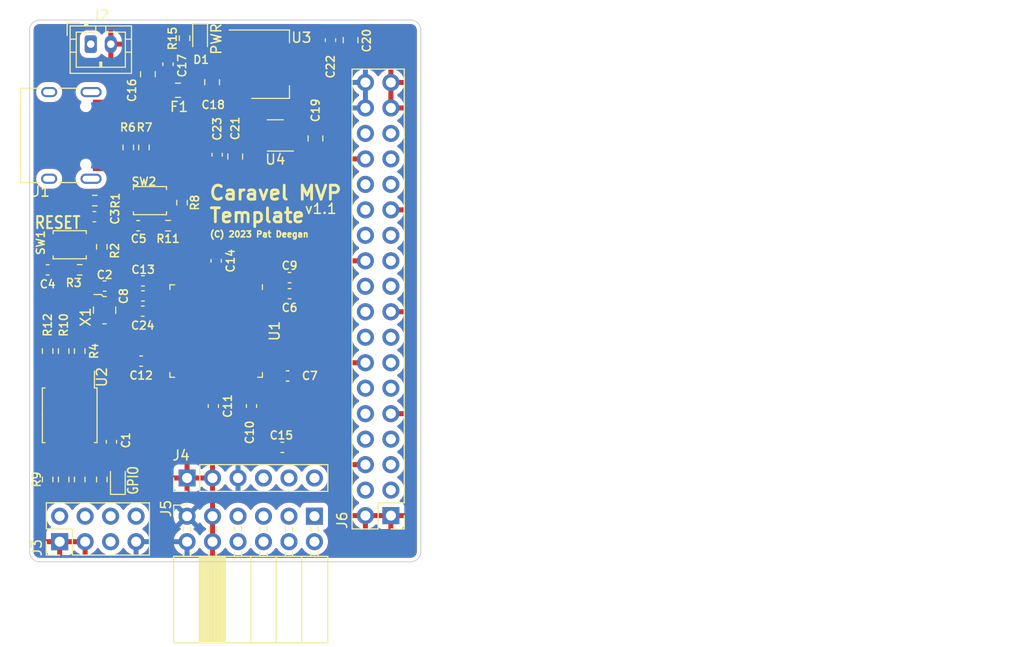
<source format=kicad_pcb>
(kicad_pcb (version 20221018) (generator pcbnew)
  (title_block (title "Caravel Minimum Viable PCB Sample") (date "2023-10-25") (rev "1.1") (company "Psychogenic Technologies INC") (comment 1 "(C) 2023 Pat Deegan"))
  (layers (0 "F.Cu" signal) (1 "In1.Cu" power) (2 "In2.Cu" power) (31 "B.Cu" signal) (34 "B.Paste" user) (35 "F.Paste" user) (36 "B.SilkS" user "B.Silkscreen") (37 "F.SilkS" user "F.Silkscreen") (38 "B.Mask" user) (39 "F.Mask" user) (44 "Edge.Cuts" user))
  (net 0 "")
  (net 1 "GND")
  (net 2 "Net-(J1-SHIELD)")
  (net 3 "~{SOC_RST}")
  (net 4 "+1V8")
  (net 5 "+3V3")
  (net 6 "Net-(J4-Pin_6)")
  (net 7 "VBUS")
  (net 8 "+5V")
  (net 9 "Net-(D1-K)")
  (net 10 "gpio")
  (net 11 "Net-(J1-CC1)")
  (net 15 "Net-(J1-CC2)")
  (net 19 "HK_SDI")
  (net 20 "HK_SCK")
  (net 21 "HK_SDO")
  (net 22 "HK_CSB")
  (net 23 "ser_rx")
  (net 24 "ser_tx")
  (net 25 "/prj_io7")
  (net 26 "/prj_io8")
  (net 27 "/prj_io9")
  (net 28 "/prj_io10")
  (net 29 "/prj_io11")
  (net 30 "/prj_io12")
  (net 31 "/prj_io13")
  (net 32 "/prj_io14")
  (net 33 "/prj_io15")
  (net 34 "/prj_io16")
  (net 35 "/prj_io17")
  (net 36 "/prj_io19")
  (net 37 "/prj_io18")
  (net 38 "/prj_io20")
  (net 39 "/prj_io21")
  (net 40 "/prj_io22")
  (net 41 "/prj_io23")
  (net 42 "/prj_io25")
  (net 43 "/prj_io24")
  (net 44 "/prj_io26")
  (net 45 "/prj_io27")
  (net 46 "/prj_io28")
  (net 47 "/prj_io29")
  (net 48 "/prj_io31")
  (net 49 "/prj_io30")
  (net 50 "/prj_io32")
  (net 51 "/prj_io33")
  (net 52 "/prj_io34")
  (net 53 "/prj_io35")
  (net 54 "/prj_io37")
  (net 55 "/prj_io36")
  (net 56 "Net-(R2-Pad2)")
  (net 57 "flash_csb")
  (net 58 "flash_clk")
  (net 59 "Net-(R11-Pad1)")
  (net 60 "flash_io0")
  (net 61 "flash_io1")
  (net 62 "Net-(U2-IO2)")
  (net 63 "Net-(U2-IO3)")
  (net 64 "osc_out")
  (net 67 "HK_JTAG")
  (net 68 "Net-(D2-K)")
  (footprint "Resistor_SMD:R_0603_1608Metric" (layer "F.Cu") (at 92.4 70.8 90)
    (fp_text reference "R5" hide)
    (fp_text value "10k")
    (pad "1" smd roundrect (at -0.825 0 90) (size 0.8 0.95) (layers "F.Cu" "F.Paste" "F.Mask") (net 5 "+3V3"))
    (pad "2" smd roundrect (at 0.825 0 90) (size 0.8 0.95) (layers "F.Cu" "F.Paste" "F.Mask") (net 58 "flash_clk"))
  )
  (footprint "Capacitor_SMD:C_0603_1608Metric" (layer "F.Cu") (at 96.48 51.52)
    (fp_text reference "C2" (at 0 -1.12) (layer "F.SilkS") (effects (font (size 0.8 0.8))))
    (fp_text value "100nF")
    (pad "1" smd roundrect (at -0.775 0) (size 0.9 0.95) (layers "F.Cu" "F.Paste" "F.Mask") (net 1 "GND"))
    (pad "2" smd roundrect (at 0.775 0) (size 0.9 0.95) (layers "F.Cu" "F.Paste" "F.Mask") (net 5 "+3V3"))
  )
  (footprint "Fiducial:Fiducial_1mm_Mask2mm" (layer "F.Cu") (at 91 28)
    (fp_text reference "FID1" hide)
    (fp_text value "Fiducial")
    (pad "" smd circle (at 0 0) (size 1 1) (layers "F.Cu" "F.Mask") (clearance 0.5))
  )
  (footprint "Resistor_SMD:R_0603_1608Metric" (layer "F.Cu") (at 90.8 70.8 90)
    (fp_text reference "R9" (at 0 -1.1 90) (layer "F.SilkS") (effects (font (size 0.8 0.8))))
    (fp_text value "10k")
    (pad "1" smd roundrect (at -0.825 0 90) (size 0.8 0.95) (layers "F.Cu" "F.Paste" "F.Mask") (net 5 "+3V3"))
    (pad "2" smd roundrect (at 0.825 0 90) (size 0.8 0.95) (layers "F.Cu" "F.Paste" "F.Mask") (net 60 "flash_io0"))
  )
  (footprint "Capacitor_SMD:C_0603_1608Metric" (layer "F.Cu") (at 114.92 52.28)
    (fp_text reference "C6" (at 0 1.4) (layer "F.SilkS") (effects (font (size 0.8 0.8))))
    (fp_text value "100nF")
    (pad "1" smd roundrect (at -0.775 0) (size 0.9 0.95) (layers "F.Cu" "F.Paste" "F.Mask") (net 4 "+1V8"))
    (pad "2" smd roundrect (at 0.775 0) (size 0.9 0.95) (layers "F.Cu" "F.Paste" "F.Mask") (net 1 "GND"))
  )
  (footprint "Capacitor_SMD:C_0805_2012Metric" (layer "F.Cu") (at 117.5 36.8 -90)
    (fp_text reference "C19" (at -2.8 0 90) (layer "F.SilkS") (effects (font (size 0.8 0.8))))
    (fp_text value "10uF")
    (pad "1" smd roundrect (at -0.95 0 270) (size 1 1.45) (layers "F.Cu" "F.Paste" "F.Mask") (net 5 "+3V3"))
    (pad "2" smd roundrect (at 0.95 0 270) (size 1 1.45) (layers "F.Cu" "F.Paste" "F.Mask") (net 1 "GND"))
  )
  (footprint "Resistor_SMD:R_0603_1608Metric" (layer "F.Cu") (at 102.8 45.5 180)
    (fp_text reference "R11" (at 0 -1.3) (layer "F.SilkS") (effects (font (size 0.8 0.8))))
    (fp_text value "5.1k")
    (pad "1" smd roundrect (at -0.825 0 180) (size 0.8 0.95) (layers "F.Cu" "F.Paste" "F.Mask") (net 59 "Net-(R11-Pad1)"))
    (pad "2" smd roundrect (at 0.825 0 180) (size 0.8 0.95) (layers "F.Cu" "F.Paste" "F.Mask") (net 54 "/prj_io37"))
  )
  (footprint "TinyTapeout:PinSocket_2x06_P2.54mm_PMODHost1A" (layer "F.Cu") (at 104.7 74.46 90)
    (fp_text reference "J5" (at 0.76 -2.1 90) (layer "F.SilkS"))
    (fp_text value "613012243121")
    (pad "1" thru_hole rect (at 0 12.7 90) (size 1.7 1.7) (drill 1) (layers "*.Cu" "*.Mask") (net 25 "/prj_io7"))
    (pad "2" thru_hole oval (at 0 10.16 90) (size 1.7 1.7) (drill 1) (layers "*.Cu" "*.Mask") (net 26 "/prj_io8"))
    (pad "3" thru_hole oval (at 0 7.62 90) (size 1.7 1.7) (drill 1) (layers "*.Cu" "*.Mask") (net 27 "/prj_io9"))
    (pad "4" thru_hole oval (at 0 5.08 90) (size 1.7 1.7) (drill 1) (layers "*.Cu" "*.Mask") (net 28 "/prj_io10"))
    (pad "5" thru_hole oval (at 0 2.54 90) (size 1.7 1.7) (drill 1) (layers "*.Cu" "*.Mask") (net 1 "GND"))
    (pad "6" thru_hole circle (at 0 0 90) (size 1.7 1.7) (drill 1) (layers "*.Cu" "*.Mask") (net 5 "+3V3"))
    (pad "7" thru_hole oval (at -2.54 12.7 90) (size 1.7 1.7) (drill 1) (layers "*.Cu" "*.Mask") (net 29 "/prj_io11"))
    (pad "8" thru_hole oval (at -2.54 10.16 90) (size 1.7 1.7) (drill 1) (layers "*.Cu" "*.Mask") (net 30 "/prj_io12"))
    (pad "9" thru_hole oval (at -2.54 7.62 90) (size 1.7 1.7) (drill 1) (layers "*.Cu" "*.Mask") (net 31 "/prj_io13"))
    (pad "10" thru_hole oval (at -2.54 5.08 90) (size 1.7 1.7) (drill 1) (layers "*.Cu" "*.Mask") (net 32 "/prj_io14"))
    (pad "11" thru_hole oval (at -2.54 2.54 90) (size 1.7 1.7) (drill 1) (layers "*.Cu" "*.Mask") (net 1 "GND"))
    (pad "12" thru_hole oval (at -2.54 0 90) (size 1.7 1.7) (drill 1) (layers "*.Cu" "*.Mask") (net 5 "+3V3"))
  )
  (footprint "Capacitor_SMD:C_0603_1608Metric" (layer "F.Cu") (at 114.92 50.68 180)
    (fp_text reference "C9" (at 0 1.2) (layer "F.SilkS") (effects (font (size 0.8 0.8))))
    (fp_text value "100nF")
    (pad "1" smd roundrect (at -0.775 0 180) (size 0.9 0.95) (layers "F.Cu" "F.Paste" "F.Mask") (net 1 "GND"))
    (pad "2" smd roundrect (at 0.775 0 180) (size 0.9 0.95) (layers "F.Cu" "F.Paste" "F.Mask") (net 5 "+3V3"))
  )
  (footprint "Resistor_SMD:R_0603_1608Metric" (layer "F.Cu") (at 104.45 26.81 -90)
    (fp_text reference "R15" (at 0.025 1.2 90) (layer "F.SilkS") (effects (font (size 0.8 0.8))))
    (fp_text value "510")
    (pad "1" smd roundrect (at -0.825 0 270) (size 0.8 0.95) (layers "F.Cu" "F.Paste" "F.Mask") (net 9 "Net-(D1-K)"))
    (pad "2" smd roundrect (at 0.825 0 270) (size 0.8 0.95) (layers "F.Cu" "F.Paste" "F.Mask") (net 1 "GND"))
  )
  (footprint "Button_Switch_SMD:SW_SPST_B3U-1000P" (layer "F.Cu") (at 101 43 180)
    (fp_text reference "SW2" (at 0.6 1.9) (layer "F.SilkS") (effects (font (size 0.8 0.8))))
    (fp_text value "B3U-1000P")
    (pad "1" smd rect (at -1.7 0 180) (size 0.9 1.7) (layers "F.Cu" "F.Paste" "F.Mask") (net 59 "Net-(R11-Pad1)"))
    (pad "2" smd rect (at 1.7 0 180) (size 0.9 1.7) (layers "F.Cu" "F.Paste" "F.Mask") (net 5 "+3V3"))
  )
  (footprint "Connector_PinHeader_2.54mm:PinHeader_2x18_P2.54mm_Vertical" (layer "F.Cu") (at 125.02 74.4 180)
    (fp_text reference "J6" (at 4.86 -0.46 90) (layer "F.SilkS"))
    (fp_text value "Conn_02x18_Odd_Even")
    (pad "1" thru_hole rect (at 0 0 180) (size 1.7 1.7) (drill 1) (layers "*.Cu" "*.Mask") (net 1 "GND"))
    (pad "2" thru_hole oval (at 2.54 0 180) (size 1.7 1.7) (drill 1) (layers "*.Cu" "*.Mask") (net 1 "GND"))
    (pad "3" thru_hole oval (at 0 2.54 180) (size 1.7 1.7) (drill 1) (layers "*.Cu" "*.Mask") (net 33 "/prj_io15"))
    (pad "4" thru_hole oval (at 2.54 2.54 180) (size 1.7 1.7) (drill 1) (layers "*.Cu" "*.Mask") (net 34 "/prj_io16"))
    (pad "5" thru_hole oval (at 0 5.08 180) (size 1.7 1.7) (drill 1) (layers "*.Cu" "*.Mask") (net 35 "/prj_io17"))
    (pad "6" thru_hole oval (at 2.54 5.08 180) (size 1.7 1.7) (drill 1) (layers "*.Cu" "*.Mask") (net 1 "GND"))
    (pad "7" thru_hole oval (at 0 7.62 180) (size 1.7 1.7) (drill 1) (layers "*.Cu" "*.Mask") (net 36 "/prj_io19"))
    (pad "8" thru_hole oval (at 2.54 7.62 180) (size 1.7 1.7) (drill 1) (layers "*.Cu" "*.Mask") (net 37 "/prj_io18"))
    (pad "9" thru_hole oval (at 0 10.16 180) (size 1.7 1.7) (drill 1) (layers "*.Cu" "*.Mask") (net 1 "GND"))
    (pad "10" thru_hole oval (at 2.54 10.16 180) (size 1.7 1.7) (drill 1) (layers "*.Cu" "*.Mask") (net 38 "/prj_io20"))
    (pad "11" thru_hole oval (at 0 12.7 180) (size 1.7 1.7) (drill 1) (layers "*.Cu" "*.Mask") (net 39 "/prj_io21"))
    (pad "12" thru_hole oval (at 2.54 12.7 180) (size 1.7 1.7) (drill 1) (layers "*.Cu" "*.Mask") (net 40 "/prj_io22"))
    (pad "13" thru_hole oval (at 0 15.24 180) (size 1.7 1.7) (drill 1) (layers "*.Cu" "*.Mask") (net 41 "/prj_io23"))
    (pad "14" thru_hole oval (at 2.54 15.24 180) (size 1.7 1.7) (drill 1) (layers "*.Cu" "*.Mask") (net 1 "GND"))
    (pad "15" thru_hole oval (at 0 17.78 180) (size 1.7 1.7) (drill 1) (layers "*.Cu" "*.Mask") (net 42 "/prj_io25"))
    (pad "16" thru_hole oval (at 2.54 17.78 180) (size 1.7 1.7) (drill 1) (layers "*.Cu" "*.Mask") (net 43 "/prj_io24"))
    (pad "17" thru_hole oval (at 0 20.32 180) (size 1.7 1.7) (drill 1) (layers "*.Cu" "*.Mask") (net 1 "GND"))
    (pad "18" thru_hole oval (at 2.54 20.32 180) (size 1.7 1.7) (drill 1) (layers "*.Cu" "*.Mask") (net 44 "/prj_io26"))
    (pad "19" thru_hole oval (at 0 22.86 180) (size 1.7 1.7) (drill 1) (layers "*.Cu" "*.Mask") (net 45 "/prj_io27"))
    (pad "20" thru_hole oval (at 2.54 22.86 180) (size 1.7 1.7) (drill 1) (layers "*.Cu" "*.Mask") (net 46 "/prj_io28"))
    (pad "21" thru_hole oval (at 0 25.4 180) (size 1.7 1.7) (drill 1) (layers "*.Cu" "*.Mask") (net 47 "/prj_io29"))
    (pad "22" thru_hole oval (at 2.54 25.4 180) (size 1.7 1.7) (drill 1) (layers "*.Cu" "*.Mask") (net 1 "GND"))
    (pad "23" thru_hole oval (at 0 27.94 180) (size 1.7 1.7) (drill 1) (layers "*.Cu" "*.Mask") (net 48 "/prj_io31"))
    (pad "24" thru_hole oval (at 2.54 27.94 180) (size 1.7 1.7) (drill 1) (layers "*.Cu" "*.Mask") (net 49 "/prj_io30"))
    (pad "25" thru_hole oval (at 0 30.48 180) (size 1.7 1.7) (drill 1) (layers "*.Cu" "*.Mask") (net 1 "GND"))
    (pad "26" thru_hole oval (at 2.54 30.48 180) (size 1.7 1.7) (drill 1) (layers "*.Cu" "*.Mask") (net 50 "/prj_io32"))
    (pad "27" thru_hole oval (at 0 33.02 180) (size 1.7 1.7) (drill 1) (layers "*.Cu" "*.Mask") (net 51 "/prj_io33"))
    (pad "28" thru_hole oval (at 2.54 33.02 180) (size 1.7 1.7) (drill 1) (layers "*.Cu" "*.Mask") (net 52 "/prj_io34"))
    (pad "29" thru_hole oval (at 0 35.56 180) (size 1.7 1.7) (drill 1) (layers "*.Cu" "*.Mask") (net 53 "/prj_io35"))
    (pad "30" thru_hole oval (at 2.54 35.56 180) (size 1.7 1.7) (drill 1) (layers "*.Cu" "*.Mask") (net 1 "GND"))
    (pad "31" thru_hole oval (at 0 38.1 180) (size 1.7 1.7) (drill 1) (layers "*.Cu" "*.Mask") (net 54 "/prj_io37"))
    (pad "32" thru_hole oval (at 2.54 38.1 180) (size 1.7 1.7) (drill 1) (layers "*.Cu" "*.Mask") (net 55 "/prj_io36"))
    (pad "33" thru_hole oval (at 0 40.64 180) (size 1.7 1.7) (drill 1) (layers "*.Cu" "*.Mask") (net 1 "GND"))
    (pad "34" thru_hole oval (at 2.54 40.64 180) (size 1.7 1.7) (drill 1) (layers "*.Cu" "*.Mask") (net 5 "+3V3"))
    (pad "35" thru_hole oval (at 0 43.18 180) (size 1.7 1.7) (drill 1) (layers "*.Cu" "*.Mask") (net 1 "GND"))
    (pad "36" thru_hole oval (at 2.54 43.18 180) (size 1.7 1.7) (drill 1) (layers "*.Cu" "*.Mask") (net 5 "+3V3"))
  )
  (footprint "Capacitor_SMD:C_0603_1608Metric" (layer "F.Cu") (at 114.2 67.6 180)
    (fp_text reference "C15" (at 0.1 1.2) (layer "F.SilkS") (effects (font (size 0.8 0.8))))
    (fp_text value "100nF")
    (pad "1" smd roundrect (at -0.775 0 180) (size 0.9 0.95) (layers "F.Cu" "F.Paste" "F.Mask") (net 6 "Net-(J4-Pin_6)"))
    (pad "2" smd roundrect (at 0.775 0 180) (size 0.9 0.95) (layers "F.Cu" "F.Paste" "F.Mask") (net 3 "~{SOC_RST}"))
  )
  (footprint "Capacitor_SMD:C_0603_1608Metric" (layer "F.Cu") (at 114.72 60.48 180)
    (fp_text reference "C7" (at -2.22 0.02) (layer "F.SilkS") (effects (font (size 0.8 0.8))))
    (fp_text value "100nF")
    (pad "1" smd roundrect (at -0.775 0 180) (size 0.9 0.95) (layers "F.Cu" "F.Paste" "F.Mask") (net 1 "GND"))
    (pad "2" smd roundrect (at 0.775 0 180) (size 0.9 0.95) (layers "F.Cu" "F.Paste" "F.Mask") (net 4 "+1V8"))
  )
  (footprint "Capacitor_SMD:C_0805_2012Metric" (layer "F.Cu") (at 109.5 38.6 -90)
    (fp_text reference "C21" (at -2.8 0 90) (layer "F.SilkS") (effects (font (size 0.8 0.8))))
    (fp_text value "10uF")
    (pad "1" smd roundrect (at -0.95 0 270) (size 1 1.45) (layers "F.Cu" "F.Paste" "F.Mask") (net 4 "+1V8"))
    (pad "2" smd roundrect (at 0.95 0 270) (size 1 1.45) (layers "F.Cu" "F.Paste" "F.Mask") (net 1 "GND"))
  )
  (footprint "Fiducial:Fiducial_1mm_Mask2mm" (layer "F.Cu") (at 126 28)
    (fp_text reference "FID2" hide)
    (fp_text value "Fiducial")
    (pad "" smd circle (at 0 0) (size 1 1) (layers "F.Cu" "F.Mask") (clearance 0.5))
  )
  (footprint "Button_Switch_SMD:SW_SPST_B3U-1000P" (layer "F.Cu") (at 93 47.4)
    (fp_text reference "SW1" (at -2.9 -0.2 90) (layer "F.SilkS") (effects (font (size 0.8 0.8))))
    (fp_text value "B3U-1000P")
    (pad "1" smd rect (at -1.7 0) (size 0.9 1.7) (layers "F.Cu" "F.Paste" "F.Mask") (net 1 "GND"))
    (pad "2" smd rect (at 1.7 0) (size 0.9 1.7) (layers "F.Cu" "F.Paste" "F.Mask") (net 56 "Net-(R2-Pad2)"))
  )
  (footprint "Connector_JST:JST_PH_B2B-PH-K_1x02_P2.00mm_Vertical" (layer "F.Cu") (at 95.1 27.4)
    (fp_text reference "J2" (at 1 -2.9) (layer "F.SilkS"))
    (fp_text value "Conn_01x02")
    (pad "1" thru_hole roundrect (at 0 0) (size 1.2 1.75) (drill 0.75) (layers "*.Cu" "*.Mask") (roundrect_rratio 0.2083333333) (net 7 "VBUS"))
    (pad "2" thru_hole oval (at 2 0) (size 1.2 1.75) (drill 0.75) (layers "*.Cu" "*.Mask") (net 1 "GND"))
  )
  (footprint "Resistor_SMD:R_0603_1608Metric" (layer "F.Cu") (at 98.84 37.7 -90)
    (fp_text reference "R6" (at -2 0.04) (layer "F.SilkS") (effects (font (size 0.8 0.8))))
    (fp_text value "5.1k")
    (pad "1" smd roundrect (at -0.825 0 270) (size 0.8 0.95) (layers "F.Cu" "F.Paste" "F.Mask") (net 15 "Net-(J1-CC2)"))
    (pad "2" smd roundrect (at 0.825 0 270) (size 0.8 0.95) (layers "F.Cu" "F.Paste" "F.Mask") (net 1 "GND"))
  )
  (footprint "Package_TO_SOT_SMD:SOT-223-3_TabPin2" (layer "F.Cu") (at 113 29.4)
    (fp_text reference "U3" (at 3.1 -2.65) (layer "F.SilkS"))
    (fp_text value "AZ1117-3.3")
    (pad "1" smd rect (at -3.15 -2.3) (size 2 1.5) (layers "F.Cu" "F.Paste" "F.Mask") (net 1 "GND"))
    (pad "2" smd rect (at -3.15 0) (size 2 1.5) (layers "F.Cu" "F.Paste" "F.Mask") (net 5 "+3V3"))
    (pad "2" smd rect (at 3.15 0) (size 2 3.8) (layers "F.Cu" "F.Paste" "F.Mask") (net 5 "+3V3"))
    (pad "3" smd rect (at -3.15 2.3) (size 2 1.5) (layers "F.Cu" "F.Paste" "F.Mask") (net 8 "+5V"))
  )
  (footprint "Capacitor_SMD:C_0603_1608Metric" (layer "F.Cu") (at 90.8 49.9 180)
    (fp_text reference "C4" (at 0 -1.43) (layer "F.SilkS") (effects (font (size 0.8 0.8))))
    (fp_text value "1uF")
    (pad "1" smd roundrect (at -0.775 0 180) (size 0.9 0.95) (layers "F.Cu" "F.Paste" "F.Mask") (net 3 "~{SOC_RST}"))
    (pad "2" smd roundrect (at 0.775 0 180) (size 0.9 0.95) (layers "F.Cu" "F.Paste" "F.Mask") (net 1 "GND"))
  )
  (footprint "Capacitor_SMD:C_0603_1608Metric" (layer "F.Cu") (at 99.825 45.5)
    (fp_text reference "C5" (at 0.05 1.3) (layer "F.SilkS") (effects (font (size 0.8 0.8))))
    (fp_text value "1uF")
    (pad "1" smd roundrect (at -0.775 0) (size 0.9 0.95) (layers "F.Cu" "F.Paste" "F.Mask") (net 5 "+3V3"))
    (pad "2" smd roundrect (at 0.775 0) (size 0.9 0.95) (layers "F.Cu" "F.Paste" "F.Mask") (net 54 "/prj_io37"))
  )
  (footprint "Oscillator:Oscillator_SMD_ECS_2520MV-xxx-xx-4Pin_2.5x2.0mm" (layer "F.Cu") (at 96.48 53.92)
    (fp_text reference "X1" (at -1.9 0.68 90) (layer "F.SilkS"))
    (fp_text value "10MHz")
    (pad "1" smd roundrect (at -0.725 -0.925) (size 0.8 0.9) (layers "F.Cu" "F.Paste" "F.Mask"))
    (pad "2" smd roundrect (at -0.725 0.925) (size 0.8 0.9) (layers "F.Cu" "F.Paste" "F.Mask") (net 1 "GND"))
    (pad "3" smd roundrect (at 0.725 0.925) (size 0.8 0.9) (layers "F.Cu" "F.Paste" "F.Mask") (net 64 "osc_out"))
    (pad "4" smd roundrect (at 0.725 -0.925) (size 0.8 0.9) (layers "F.Cu" "F.Paste" "F.Mask") (net 5 "+3V3"))
  )
  (footprint "Connector_PinHeader_2.54mm:PinHeader_1x06_P2.54mm_Vertical" (layer "F.Cu") (at 104.7 70.65 90)
    (fp_text reference "J4" (at 2.25 -0.6) (layer "F.SilkS"))
    (fp_text value "Conn_01x06")
    (pad "1" thru_hole rect (at 0 0 90) (size 1.7 1.7) (drill 1) (layers "*.Cu" "*.Mask") (net 1 "GND"))
    (pad "2" thru_hole oval (at 0 2.54 90) (size 1.7 1.7) (drill 1) (layers "*.Cu" "*.Mask") (net 1 "GND"))
    (pad "3" thru_hole oval (at 0 5.08 90) (size 1.7 1.7) (drill 1) (layers "*.Cu" "*.Mask") (net 5 "+3V3"))
    (pad "4" thru_hole oval (at 0 7.62 90) (size 1.7 1.7) (drill 1) (layers "*.Cu" "*.Mask") (net 23 "ser_rx"))
    (pad "5" thru_hole oval (at 0 10.16 90) (size 1.7 1.7) (drill 1) (layers "*.Cu" "*.Mask") (net 24 "ser_tx"))
    (pad "6" thru_hole oval (at 0 12.7 90) (size 1.7 1.7) (drill 1) (layers "*.Cu" "*.Mask") (net 6 "Net-(J4-Pin_6)"))
  )
  (footprint "Fuse:Fuse_0805_2012Metric" (layer "F.Cu") (at 103.8 32)
    (fp_text reference "F1" (at 0.1 1.65) (layer "F.SilkS"))
    (fp_text value "350mA")
    (pad "1" smd roundrect (at -0.9375 0) (size 0.975 1.4) (layers "F.Cu" "F.Paste" "F.Mask") (net 7 "VBUS"))
    (pad "2" smd roundrect (at 0.9375 0) (size 0.975 1.4) (layers "F.Cu" "F.Paste" "F.Mask") (net 8 "+5V"))
  )
  (footprint "Capacitor_SMD:C_0603_1608Metric" (layer "F.Cu") (at 111.12 63.48 -90)
    (fp_text reference "C10" (at 2.62 0.18 90) (layer "F.SilkS") (effects (font (size 0.8 0.8))))
    (fp_text value "100nF")
    (pad "1" smd roundrect (at -0.775 0 270) (size 0.9 0.95) (layers "F.Cu" "F.Paste" "F.Mask") (net 5 "+3V3"))
    (pad "2" smd roundrect (at 0.775 0 270) (size 0.9 0.95) (layers "F.Cu" "F.Paste" "F.Mask") (net 1 "GND"))
  )
  (footprint "Resistor_SMD:R_0603_1608Metric" (layer "F.Cu") (at 96.2 47.6 -90)
    (fp_text reference "R2" (at 0.4 -1.3 90) (layer "F.SilkS") (effects (font (size 0.8 0.8))))
    (fp_text value "10k")
    (pad "1" smd roundrect (at -0.825 0 270) (size 0.8 0.95) (layers "F.Cu" "F.Paste" "F.Mask") (net 5 "+3V3"))
    (pad "2" smd roundrect (at 0.825 0 270) (size 0.8 0.95) (layers "F.Cu" "F.Paste" "F.Mask") (net 56 "Net-(R2-Pad2)"))
  )
  (footprint "Capacitor_SMD:C_0805_2012Metric" (layer "F.Cu") (at 100.8 30.4 90)
    (fp_text reference "C16" (at -1.6 -1.6 90) (layer "F.SilkS") (effects (font (size 0.8 0.8))))
    (fp_text value "10uF")
    (pad "1" smd roundrect (at -0.95 0 90) (size 1 1.45) (layers "F.Cu" "F.Paste" "F.Mask") (net 7 "VBUS"))
    (pad "2" smd roundrect (at 0.95 0 90) (size 1 1.45) (layers "F.Cu" "F.Paste" "F.Mask") (net 1 "GND"))
  )
  (footprint "Resistor_SMD:R_0603_1608Metric" (layer "F.Cu") (at 94 58 -90)
    (fp_text reference "R4" (at 0 -1.43 90) (layer "F.SilkS") (effects (font (size 0.8 0.8))))
    (fp_text value "10k")
    (pad "1" smd roundrect (at -0.825 0 270) (size 0.8 0.95) (layers "F.Cu" "F.Paste" "F.Mask") (net 5 "+3V3"))
    (pad "2" smd roundrect (at 0.825 0 270) (size 0.8 0.95) (layers "F.Cu" "F.Paste" "F.Mask") (net 57 "flash_csb"))
  )
  (footprint "Capacitor_SMD:C_0603_1608Metric" (layer "F.Cu") (at 107.32 63.48 -90)
    (fp_text reference "C11" (at 0 -1.43 90) (layer "F.SilkS") (effects (font (size 0.8 0.8))))
    (fp_text value "100nF")
    (pad "1" smd roundrect (at -0.775 0 270) (size 0.9 0.95) (layers "F.Cu" "F.Paste" "F.Mask") (net 5 "+3V3"))
    (pad "2" smd roundrect (at 0.775 0 270) (size 0.9 0.95) (layers "F.Cu" "F.Paste" "F.Mask") (net 1 "GND"))
  )
  (footprint "Resistor_SMD:R_0603_1608Metric" (layer "F.Cu") (at 92.4 58 -90)
    (fp_text reference "R10" (at -2.6 0 90) (layer "F.SilkS") (effects (font (size 0.8 0.8))))
    (fp_text value "10k")
    (pad "1" smd roundrect (at -0.825 0 270) (size 0.8 0.95) (layers "F.Cu" "F.Paste" "F.Mask") (net 5 "+3V3"))
    (pad "2" smd roundrect (at 0.825 0 270) (size 0.8 0.95) (layers "F.Cu" "F.Paste" "F.Mask") (net 61 "flash_io1"))
  )
  (footprint "Capacitor_SMD:C_0603_1608Metric" (layer "F.Cu") (at 100.28 54.02 180)
    (fp_text reference "C24" (at 0 -1.43) (layer "F.SilkS") (effects (font (size 0.8 0.8))))
    (fp_text value "1uF")
    (pad "1" smd roundrect (at -0.775 0 180) (size 0.9 0.95) (layers "F.Cu" "F.Paste" "F.Mask") (net 3 "~{SOC_RST}"))
    (pad "2" smd roundrect (at 0.775 0 180) (size 0.9 0.95) (layers "F.Cu" "F.Paste" "F.Mask") (net 1 "GND"))
  )
  (footprint "Resistor_SMD:R_0603_1608Metric" (layer "F.Cu") (at 104.2 43.2 90)
    (fp_text reference "R8" (at 0 1.275 90) (layer "F.SilkS") (effects (font (size 0.8 0.8))))
    (fp_text value "10k")
    (pad "1" smd roundrect (at -0.825 0 90) (size 0.8 0.95) (layers "F.Cu" "F.Paste" "F.Mask") (net 59 "Net-(R11-Pad1)"))
    (pad "2" smd roundrect (at 0.825 0 90) (size 0.8 0.95) (layers "F.Cu" "F.Paste" "F.Mask") (net 1 "GND"))
  )
  (footprint "Capacitor_SMD:C_0603_1608Metric" (layer "F.Cu") (at 100.12 59 180)
    (fp_text reference "C12" (at 0 -1.43) (layer "F.SilkS") (effects (font (size 0.8 0.8))))
    (fp_text value "100nF")
    (pad "1" smd roundrect (at -0.775 0 180) (size 0.9 0.95) (layers "F.Cu" "F.Paste" "F.Mask") (net 5 "+3V3"))
    (pad "2" smd roundrect (at 0.775 0 180) (size 0.9 0.95) (layers "F.Cu" "F.Paste" "F.Mask") (net 1 "GND"))
  )
  (footprint "Resistor_SMD:R_0603_1608Metric" (layer "F.Cu") (at 94 70.8 -90)
    (fp_text reference "R13" hide)
    (fp_text value "10k")
    (pad "1" smd roundrect (at -0.825 0 270) (size 0.8 0.95) (layers "F.Cu" "F.Paste" "F.Mask") (net 63 "Net-(U2-IO3)"))
    (pad "2" smd roundrect (at 0.825 0 270) (size 0.8 0.95) (layers "F.Cu" "F.Paste" "F.Mask") (net 5 "+3V3"))
  )
  (footprint "Capacitor_SMD:C_0805_2012Metric" (layer "F.Cu") (at 121 27 90)
    (fp_text reference "C20" (at -0.05 1.6 90) (layer "F.SilkS") (effects (font (size 0.8 0.8))))
    (fp_text value "22uF")
    (pad "1" smd roundrect (at -0.95 0 90) (size 1 1.45) (layers "F.Cu" "F.Paste" "F.Mask") (net 5 "+3V3"))
    (pad "2" smd roundrect (at 0.95 0 90) (size 1 1.45) (layers "F.Cu" "F.Paste" "F.Mask") (net 1 "GND"))
  )
  (footprint "Package_SO:SOIC-8_5.23x5.23mm_P1.27mm" (layer "F.Cu") (at 93 64.4 -90)
    (fp_text reference "U2" (at -3.8 -3.2 90) (layer "F.SilkS"))
    (fp_text value "W25Q32JVSS")
    (pad "1" smd roundrect (at -3.6 -1.905 270) (size 1.6 0.6) (layers "F.Cu" "F.Paste" "F.Mask") (net 57 "flash_csb"))
    (pad "2" smd roundrect (at -3.6 -0.635 270) (size 1.6 0.6) (layers "F.Cu" "F.Paste" "F.Mask") (net 61 "flash_io1"))
    (pad "3" smd roundrect (at -3.6 0.635 270) (size 1.6 0.6) (layers "F.Cu" "F.Paste" "F.Mask") (net 62 "Net-(U2-IO2)"))
    (pad "4" smd roundrect (at -3.6 1.905 270) (size 1.6 0.6) (layers "F.Cu" "F.Paste" "F.Mask") (net 1 "GND"))
    (pad "5" smd roundrect (at 3.6 1.905 270) (size 1.6 0.6) (layers "F.Cu" "F.Paste" "F.Mask") (net 60 "flash_io0"))
    (pad "6" smd roundrect (at 3.6 0.635 270) (size 1.6 0.6) (layers "F.Cu" "F.Paste" "F.Mask") (net 58 "flash_clk"))
    (pad "7" smd roundrect (at 3.6 -0.635 270) (size 1.6 0.6) (layers "F.Cu" "F.Paste" "F.Mask") (net 63 "Net-(U2-IO3)"))
    (pad "8" smd roundrect (at 3.6 -1.905 270) (size 1.6 0.6) (layers "F.Cu" "F.Paste" "F.Mask") (net 5 "+3V3"))
  )
  (footprint "Capacitor_SMD:C_0603_1608Metric" (layer "F.Cu") (at 107.7 38.425 -90)
    (fp_text reference "C23" (at -2.575 0 90) (layer "F.SilkS") (effects (font (size 0.8 0.8))))
    (fp_text value "100nF")
    (pad "1" smd roundrect (at -0.775 0 270) (size 0.9 0.95) (layers "F.Cu" "F.Paste" "F.Mask") (net 4 "+1V8"))
    (pad "2" smd roundrect (at 0.775 0 270) (size 0.9 0.95) (layers "F.Cu" "F.Paste" "F.Mask") (net 1 "GND"))
  )
  (footprint "Capacitor_SMD:C_0603_1608Metric" (layer "F.Cu") (at 100.3 52.5 180)
    (fp_text reference "C8" (at 1.92 -0.02 90) (layer "F.SilkS") (effects (font (size 0.8 0.8))))
    (fp_text value "100nF")
    (pad "1" smd roundrect (at -0.775 0 180) (size 0.9 0.95) (layers "F.Cu" "F.Paste" "F.Mask") (net 4 "+1V8"))
    (pad "2" smd roundrect (at 0.775 0 180) (size 0.9 0.95) (layers "F.Cu" "F.Paste" "F.Mask") (net 1 "GND"))
  )
  (footprint "Resistor_SMD:R_0603_1608Metric" (layer "F.Cu") (at 95.5 43)
    (fp_text reference "R1" (at 2.06 0 90) (layer "F.SilkS") (effects (font (size 0.8 0.8))))
    (fp_text value "1M")
    (pad "1" smd roundrect (at -0.825 0) (size 0.8 0.95) (layers "F.Cu" "F.Paste" "F.Mask") (net 2 "Net-(J1-SHIELD)"))
    (pad "2" smd roundrect (at 0.825 0) (size 0.8 0.95) (layers "F.Cu" "F.Paste" "F.Mask") (net 1 "GND"))
  )
  (footprint "LED_SMD:LED_0603_1608Metric" (layer "F.Cu") (at 106 26.85 -90)
    (fp_text reference "D1" (at 2.1 -0.1) (layer "F.SilkS") (effects (font (size 0.8 0.8))))
    (fp_text value "LED")
    (pad "1" smd roundrect (at -0.7875 0 270) (size 0.875 0.95) (layers "F.Cu" "F.Paste" "F.Mask") (net 9 "Net-(D1-K)"))
    (pad "2" smd roundrect (at 0.7875 0 270) (size 0.875 0.95) (layers "F.Cu" "F.Paste" "F.Mask") (net 5 "+3V3"))
  )
  (footprint "LED_SMD:LED_0603_1608Metric" (layer "F.Cu") (at 97.8 70.8 90)
    (fp_text reference "D2" hide)
    (fp_text value "LED")
    (pad "1" smd roundrect (at -0.7875 0 90) (size 0.875 0.95) (layers "F.Cu" "F.Paste" "F.Mask") (net 68 "Net-(D2-K)"))
    (pad "2" smd roundrect (at 0.7875 0 90) (size 0.875 0.95) (layers "F.Cu" "F.Paste" "F.Mask") (net 10 "gpio"))
  )
  (footprint "Capacitor_SMD:C_0603_1608Metric" (layer "F.Cu") (at 95.46 44.6)
    (fp_text reference "C3" (at 2.06 0 90) (layer "F.SilkS") (effects (font (size 0.8 0.8))))
    (fp_text value "6800pF")
    (pad "1" smd roundrect (at -0.775 0) (size 0.9 0.95) (layers "F.Cu" "F.Paste" "F.Mask") (net 2 "Net-(J1-SHIELD)"))
    (pad "2" smd roundrect (at 0.775 0) (size 0.9 0.95) (layers "F.Cu" "F.Paste" "F.Mask") (net 1 "GND"))
  )
  (footprint "Capacitor_SMD:C_0805_2012Metric" (layer "F.Cu") (at 107.2 31.2 90)
    (fp_text reference "C18" (at -2.25 0.1) (layer "F.SilkS") (effects (font (size 0.8 0.8))))
    (fp_text value "10uF")
    (pad "1" smd roundrect (at -0.95 0 90) (size 1 1.45) (layers "F.Cu" "F.Paste" "F.Mask") (net 8 "+5V"))
    (pad "2" smd roundrect (at 0.95 0 90) (size 1 1.45) (layers "F.Cu" "F.Paste" "F.Mask") (net 1 "GND"))
  )
  (footprint "Capacitor_SMD:C_0603_1608Metric" (layer "F.Cu") (at 102.8 29.4 90)
    (fp_text reference "C17" (at -0.15 1.4 90) (layer "F.SilkS") (effects (font (size 0.8 0.8))))
    (fp_text value "100nF")
    (pad "1" smd roundrect (at -0.775 0 90) (size 0.9 0.95) (layers "F.Cu" "F.Paste" "F.Mask") (net 7 "VBUS"))
    (pad "2" smd roundrect (at 0.775 0 90) (size 0.9 0.95) (layers "F.Cu" "F.Paste" "F.Mask") (net 1 "GND"))
  )
  (footprint "Capacitor_SMD:C_0603_1608Metric" (layer "F.Cu") (at 100.3 51 180)
    (fp_text reference "C13" (at -0.02 1.12) (layer "F.SilkS") (effects (font (size 0.8 0.8))))
    (fp_text value "100nF")
    (pad "1" smd roundrect (at -0.775 0 180) (size 0.9 0.95) (layers "F.Cu" "F.Paste" "F.Mask") (net 5 "+3V3"))
    (pad "2" smd roundrect (at 0.775 0 180) (size 0.9 0.95) (layers "F.Cu" "F.Paste" "F.Mask") (net 1 "GND"))
  )
  (footprint "Resistor_SMD:R_0603_1608Metric" (layer "F.Cu") (at 90.8 58 90)
    (fp_text reference "R12" (at 2.6 0 90) (layer "F.SilkS") (effects (font (size 0.8 0.8))))
    (fp_text value "10k")
    (pad "1" smd roundrect (at -0.825 0 90) (size 0.8 0.95) (layers "F.Cu" "F.Paste" "F.Mask") (net 62 "Net-(U2-IO2)"))
    (pad "2" smd roundrect (at 0.825 0 90) (size 0.8 0.95) (layers "F.Cu" "F.Paste" "F.Mask") (net 5 "+3V3"))
  )
  (footprint "Package_TO_SOT_SMD:SOT-23-5" (layer "F.Cu") (at 113.5 36.5 180)
    (fp_text reference "U4" (at 0 -2.4) (layer "F.SilkS"))
    (fp_text value "AP2112K-1.8")
    (pad "1" smd roundrect (at -1.1375 -0.95 180) (size 1.325 0.6) (layers "F.Cu" "F.Paste" "F.Mask") (net 5 "+3V3"))
    (pad "2" smd roundrect (at -1.1375 0 180) (size 1.325 0.6) (layers "F.Cu" "F.Paste" "F.Mask") (net 1 "GND"))
    (pad "3" smd roundrect (at -1.1375 0.95 180) (size 1.325 0.6) (layers "F.Cu" "F.Paste" "F.Mask") (net 5 "+3V3"))
    (pad "4" smd roundrect (at 1.1375 0.95 180) (size 1.325 0.6) (layers "F.Cu" "F.Paste" "F.Mask"))
    (pad "5" smd roundrect (at 1.1375 -0.95 180) (size 1.325 0.6) (layers "F.Cu" "F.Paste" "F.Mask") (net 4 "+1V8"))
  )
  (footprint "Fiducial:Fiducial_1mm_Mask2mm" (layer "F.Cu") (at 102 77)
    (fp_text reference "FID3" hide)
    (fp_text value "Fiducial")
    (pad "" smd circle (at 0 0) (size 1 1) (layers "F.Cu" "F.Mask") (clearance 0.5))
  )
  (footprint "Package_DFN_QFN:QFN-64-1EP_9x9mm_P0.5mm_EP7.65x7.65mm" (layer "F.Cu") (at 107.6 56 -90)
    (fp_text reference "U1" (at 0 -5.82 90) (layer "F.SilkS"))
    (fp_text value "Caravel_QFN")
    (pad "1" smd roundrect (at -4.45 -3.75 270) (size 0.85 0.25) (layers "F.Cu" "F.Paste" "F.Mask") (net 1 "GND"))
    (pad "2" smd roundrect (at -4.45 -3.25 270) (size 0.85 0.25) (layers "F.Cu" "F.Paste" "F.Mask") (net 42 "/prj_io25"))
    (pad "3" smd roundrect (at -4.45 -2.75 270) (size 0.85 0.25) (layers "F.Cu" "F.Paste" "F.Mask") (net 44 "/prj_io26"))
    (pad "4" smd roundrect (at -4.45 -2.25 270) (size 0.85 0.25) (layers "F.Cu" "F.Paste" "F.Mask") (net 45 "/prj_io27"))
    (pad "5" smd roundrect (at -4.45 -1.75 270) (size 0.85 0.25) (layers "F.Cu" "F.Paste" "F.Mask") (net 46 "/prj_io28"))
    (pad "6" smd roundrect (at -4.45 -1.25 270) (size 0.85 0.25) (layers "F.Cu" "F.Paste" "F.Mask") (net 47 "/prj_io29"))
    (pad "7" smd roundrect (at -4.45 -0.75 270) (size 0.85 0.25) (layers "F.Cu" "F.Paste" "F.Mask") (net 49 "/prj_io30"))
    (pad "8" smd roundrect (at -4.45 -0.25 270) (size 0.85 0.25) (layers "F.Cu" "F.Paste" "F.Mask") (net 48 "/prj_io31"))
    (pad "9" smd roundrect (at -4.45 0.25 270) (size 0.85 0.25) (layers "F.Cu" "F.Paste" "F.Mask") (net 5 "+3V3"))
    (pad "10" smd roundrect (at -4.45 0.75 270) (size 0.85 0.25) (layers "F.Cu" "F.Paste" "F.Mask") (net 1 "GND"))
    (pad "11" smd roundrect (at -4.45 1.25 270) (size 0.85 0.25) (layers "F.Cu" "F.Paste" "F.Mask") (net 50 "/prj_io32"))
    (pad "12" smd roundrect (at -4.45 1.75 270) (size 0.85 0.25) (layers "F.Cu" "F.Paste" "F.Mask") (net 51 "/prj_io33"))
    (pad "13" smd roundrect (at -4.45 2.25 270) (size 0.85 0.25) (layers "F.Cu" "F.Paste" "F.Mask") (net 52 "/prj_io34"))
    (pad "14" smd roundrect (at -4.45 2.75 270) (size 0.85 0.25) (layers "F.Cu" "F.Paste" "F.Mask") (net 53 "/prj_io35"))
    (pad "15" smd roundrect (at -4.45 3.25 270) (size 0.85 0.25) (layers "F.Cu" "F.Paste" "F.Mask") (net 55 "/prj_io36"))
    (pad "16" smd roundrect (at -4.45 3.75 270) (size 0.85 0.25) (layers "F.Cu" "F.Paste" "F.Mask") (net 54 "/prj_io37"))
    (pad "17" smd roundrect (at -3.75 4.45 270) (size 0.25 0.85) (layers "F.Cu" "F.Paste" "F.Mask") (net 5 "+3V3"))
    (pad "18" smd roundrect (at -3.25 4.45 270) (size 0.25 0.85) (layers "F.Cu" "F.Paste" "F.Mask") (net 4 "+1V8"))
    (pad "19" smd roundrect (at -2.75 4.45 270) (size 0.25 0.85) (layers "F.Cu" "F.Paste" "F.Mask"))
    (pad "20" smd roundrect (at -2.25 4.45 270) (size 0.25 0.85) (layers "F.Cu" "F.Paste" "F.Mask") (net 1 "GND"))
    (pad "21" smd roundrect (at -1.75 4.45 270) (size 0.25 0.85) (layers "F.Cu" "F.Paste" "F.Mask") (net 3 "~{SOC_RST}"))
    (pad "22" smd roundrect (at -1.25 4.45 270) (size 0.25 0.85) (layers "F.Cu" "F.Paste" "F.Mask") (net 64 "osc_out"))
    (pad "23" smd roundrect (at -0.75 4.45 270) (size 0.25 0.85) (layers "F.Cu" "F.Paste" "F.Mask") (net 1 "GND"))
    (pad "24" smd roundrect (at -0.25 4.45 270) (size 0.25 0.85) (layers "F.Cu" "F.Paste" "F.Mask") (net 57 "flash_csb"))
    (pad "25" smd roundrect (at 0.25 4.45 270) (size 0.25 0.85) (layers "F.Cu" "F.Paste" "F.Mask") (net 58 "flash_clk"))
    (pad "26" smd roundrect (at 0.75 4.45 270) (size 0.25 0.85) (layers "F.Cu" "F.Paste" "F.Mask") (net 60 "flash_io0"))
    (pad "27" smd roundrect (at 1.25 4.45 270) (size 0.25 0.85) (layers "F.Cu" "F.Paste" "F.Mask") (net 61 "flash_io1"))
    (pad "28" smd roundrect (at 1.75 4.45 270) (size 0.25 0.85) (layers "F.Cu" "F.Paste" "F.Mask") (net 10 "gpio"))
    (pad "29" smd roundrect (at 2.25 4.45 270) (size 0.25 0.85) (layers "F.Cu" "F.Paste" "F.Mask") (net 1 "GND"))
    (pad "30" smd roundrect (at 2.75 4.45 270) (size 0.25 0.85) (layers "F.Cu" "F.Paste" "F.Mask") (net 5 "+3V3"))
    (pad "31" smd roundrect (at 3.25 4.45 270) (size 0.25 0.85) (layers "F.Cu" "F.Paste" "F.Mask") (net 67 "HK_JTAG"))
    (pad "32" smd roundrect (at 3.75 4.45 270) (size 0.25 0.85) (layers "F.Cu" "F.Paste" "F.Mask") (net 21 "HK_SDO"))
    (pad "33" smd roundrect (at 4.45 3.75 270) (size 0.85 0.25) (layers "F.Cu" "F.Paste" "F.Mask") (net 19 "HK_SDI"))
    (pad "34" smd roundrect (at 4.45 3.25 270) (size 0.85 0.25) (layers "F.Cu" "F.Paste" "F.Mask") (net 22 "HK_CSB"))
    (pad "35" smd roundrect (at 4.45 2.75 270) (size 0.85 0.25) (layers "F.Cu" "F.Paste" "F.Mask") (net 20 "HK_SCK"))
    (pad "36" smd roundrect (at 4.45 2.25 270) (size 0.85 0.25) (layers "F.Cu" "F.Paste" "F.Mask") (net 23 "ser_rx"))
    (pad "37" smd roundrect (at 4.45 1.75 270) (size 0.85 0.25) (layers "F.Cu" "F.Paste" "F.Mask") (net 24 "ser_tx"))
    (pad "38" smd roundrect (at 4.45 1.25 270) (size 0.85 0.25) (layers "F.Cu" "F.Paste" "F.Mask") (net 1 "GND"))
    (pad "39" smd roundrect (at 4.45 0.75 270) (size 0.85 0.25) (layers "F.Cu" "F.Paste" "F.Mask") (net 1 "GND"))
    (pad "40" smd roundrect (at 4.45 0.25 270) (size 0.85 0.25) (layers "F.Cu" "F.Paste" "F.Mask") (net 5 "+3V3"))
    (pad "41" smd roundrect (at 4.45 -0.25 270) (size 0.85 0.25) (layers "F.Cu" "F.Paste" "F.Mask") (net 25 "/prj_io7"))
    (pad "42" smd roundrect (at 4.45 -0.75 270) (size 0.85 0.25) (layers "F.Cu" "F.Paste" "F.Mask") (net 26 "/prj_io8"))
    (pad "43" smd roundrect (at 4.45 -1.25 270) (size 0.85 0.25) (layers "F.Cu" "F.Paste" "F.Mask") (net 27 "/prj_io9"))
    (pad "44" smd roundrect (at 4.45 -1.75 270) (size 0.85 0.25) (layers "F.Cu" "F.Paste" "F.Mask") (net 28 "/prj_io10"))
    (pad "45" smd roundrect (at 4.45 -2.25 270) (size 0.85 0.25) (layers "F.Cu" "F.Paste" "F.Mask") (net 29 "/prj_io11"))
    (pad "46" smd roundrect (at 4.45 -2.75 270) (size 0.85 0.25) (layers "F.Cu" "F.Paste" "F.Mask") (net 30 "/prj_io12"))
    (pad "47" smd roundrect (at 4.45 -3.25 270) (size 0.85 0.25) (layers "F.Cu" "F.Paste" "F.Mask") (net 5 "+3V3"))
    (pad "48" smd roundrect (at 4.45 -3.75 270) (size 0.85 0.25) (layers "F.Cu" "F.Paste" "F.Mask") (net 31 "/prj_io13"))
    (pad "49" smd roundrect (at 3.75 -4.45 270) (size 0.25 0.85) (layers "F.Cu" "F.Paste" "F.Mask") (net 4 "+1V8"))
    (pad "50" smd roundrect (at 3.25 -4.45 270) (size 0.25 0.85) (layers "F.Cu" "F.Paste" "F.Mask") (net 32 "/prj_io14"))
    (pad "51" smd roundrect (at 2.75 -4.45 270) (size 0.25 0.85) (layers "F.Cu" "F.Paste" "F.Mask") (net 33 "/prj_io15"))
    (pad "52" smd roundrect (at 2.25 -4.45 270) (size 0.25 0.85) (layers "F.Cu" "F.Paste" "F.Mask") (net 1 "GND"))
    (pad "53" smd roundrect (at 1.75 -4.45 270) (size 0.25 0.85) (layers "F.Cu" "F.Paste" "F.Mask") (net 34 "/prj_io16"))
    (pad "54" smd roundrect (at 1.25 -4.45 270) (size 0.25 0.85) (layers "F.Cu" "F.Paste" "F.Mask") (net 35 "/prj_io17"))
    (pad "55" smd roundrect (at 0.75 -4.45 270) (size 0.25 0.85) (layers "F.Cu" "F.Paste" "F.Mask") (net 37 "/prj_io18"))
    (pad "56" smd roundrect (at 0.25 -4.45 270) (size 0.25 0.85) (layers "F.Cu" "F.Paste" "F.Mask") (net 1 "GND"))
    (pad "57" smd roundrect (at -0.25 -4.45 270) (size 0.25 0.85) (layers "F.Cu" "F.Paste" "F.Mask") (net 36 "/prj_io19"))
    (pad "58" smd roundrect (at -0.75 -4.45 270) (size 0.25 0.85) (layers "F.Cu" "F.Paste" "F.Mask") (net 38 "/prj_io20"))
    (pad "59" smd roundrect (at -1.25 -4.45 270) (size 0.25 0.85) (layers "F.Cu" "F.Paste" "F.Mask") (net 39 "/prj_io21"))
    (pad "60" smd roundrect (at -1.75 -4.45 270) (size 0.25 0.85) (layers "F.Cu" "F.Paste" "F.Mask") (net 40 "/prj_io22"))
    (pad "61" smd roundrect (at -2.25 -4.45 270) (size 0.25 0.85) (layers "F.Cu" "F.Paste" "F.Mask") (net 41 "/prj_io23"))
    (pad "62" smd roundrect (at -2.75 -4.45 270) (size 0.25 0.85) (layers "F.Cu" "F.Paste" "F.Mask") (net 43 "/prj_io24"))
    (pad "63" smd roundrect (at -3.25 -4.45 270) (size 0.25 0.85) (layers "F.Cu" "F.Paste" "F.Mask") (net 4 "+1V8"))
    (pad "64" smd roundrect (at -3.75 -4.45 270) (size 0.25 0.85) (layers "F.Cu" "F.Paste" "F.Mask") (net 5 "+3V3"))
    (pad "65" smd rect (at 0 0 270) (size 7.65 7.65) (layers "F.Cu" "F.Mask") (net 1 "GND"))
  )
  (footprint "Resistor_SMD:R_0603_1608Metric" (layer "F.Cu") (at 100.4 37.7 -90)
    (fp_text reference "R7" (at -2 -0.06) (layer "F.SilkS") (effects (font (size 0.8 0.8))))
    (fp_text value "5.1k")
    (pad "1" smd roundrect (at -0.825 0 270) (size 0.8 0.95) (layers "F.Cu" "F.Paste" "F.Mask") (net 11 "Net-(J1-CC1)"))
    (pad "2" smd roundrect (at 0.825 0 270) (size 0.8 0.95) (layers "F.Cu" "F.Paste" "F.Mask") (net 1 "GND"))
  )
  (footprint "Capacitor_SMD:C_0603_1608Metric" (layer "F.Cu") (at 119 27 90)
    (fp_text reference "C22" (at -2.65 0 90) (layer "F.SilkS") (effects (font (size 0.8 0.8))))
    (fp_text value "100nF")
    (pad "1" smd roundrect (at -0.775 0 90) (size 0.9 0.95) (layers "F.Cu" "F.Paste" "F.Mask") (net 5 "+3V3"))
    (pad "2" smd roundrect (at 0.775 0 90) (size 0.9 0.95) (layers "F.Cu" "F.Paste" "F.Mask") (net 1 "GND"))
  )
  (footprint "Connector_USB:USB_C_Receptacle_HRO_TYPE-C-31-M-12" (layer "F.Cu") (at 92 36.5 -90)
    (fp_text reference "J1" (at 5.6 1.84) (layer "F.SilkS"))
    (fp_text value "USB_C_Receptacle_USB2.0")
    (pad "" np_thru_hole circle (at -2.89 -2.6 270) (size 0.65 0.65) (drill 0.65) (layers "*.Cu" "*.Mask"))
    (pad "" np_thru_hole circle (at 2.89 -2.6 270) (size 0.65 0.65) (drill 0.65) (layers "*.Cu" "*.Mask"))
    (pad "A1" smd rect (at -3.25 -4.045 270) (size 0.6 1.45) (layers "F.Cu" "F.Paste" "F.Mask") (net 1 "GND"))
    (pad "A4" smd rect (at -2.45 -4.045 270) (size 0.6 1.45) (layers "F.Cu" "F.Paste" "F.Mask") (net 7 "VBUS"))
    (pad "A5" smd rect (at -1.25 -4.045 270) (size 0.3 1.45) (layers "F.Cu" "F.Paste" "F.Mask") (net 11 "Net-(J1-CC1)"))
    (pad "A6" smd rect (at -0.25 -4.045 270) (size 0.3 1.45) (layers "F.Cu" "F.Paste" "F.Mask"))
    (pad "A7" smd rect (at 0.25 -4.045 270) (size 0.3 1.45) (layers "F.Cu" "F.Paste" "F.Mask"))
    (pad "A8" smd rect (at 1.25 -4.045 270) (size 0.3 1.45) (layers "F.Cu" "F.Paste" "F.Mask"))
    (pad "A9" smd rect (at 2.45 -4.045 270) (size 0.6 1.45) (layers "F.Cu" "F.Paste" "F.Mask") (net 7 "VBUS"))
    (pad "A12" smd rect (at 3.25 -4.045 270) (size 0.6 1.45) (layers "F.Cu" "F.Paste" "F.Mask") (net 1 "GND"))
    (pad "B1" smd rect (at 3.25 -4.045 270) (size 0.6 1.45) (layers "F.Cu" "F.Paste" "F.Mask") (net 1 "GND"))
    (pad "B4" smd rect (at 2.45 -4.045 270) (size 0.6 1.45) (layers "F.Cu" "F.Paste" "F.Mask") (net 7 "VBUS"))
    (pad "B5" smd rect (at 1.75 -4.045 270) (size 0.3 1.45) (layers "F.Cu" "F.Paste" "F.Mask") (net 15 "Net-(J1-CC2)"))
    (pad "B6" smd rect (at 0.75 -4.045 270) (size 0.3 1.45) (layers "F.Cu" "F.Paste" "F.Mask"))
    (pad "B7" smd rect (at -0.75 -4.045 270) (size 0.3 1.45) (layers "F.Cu" "F.Paste" "F.Mask"))
    (pad "B8" smd rect (at -1.75 -4.045 270) (size 0.3 1.45) (layers "F.Cu" "F.Paste" "F.Mask"))
    (pad "B9" smd rect (at -2.45 -4.045 270) (size 0.6 1.45) (layers "F.Cu" "F.Paste" "F.Mask") (net 7 "VBUS"))
    (pad "B12" smd rect (at -3.25 -4.045 270) (size 0.6 1.45) (layers "F.Cu" "F.Paste" "F.Mask") (net 1 "GND"))
    (pad "S1" thru_hole oval (at -4.32 -3.13 270) (size 1 2.1) (drill oval 0.6 1.7) (layers "*.Cu" "*.Mask") (net 2 "Net-(J1-SHIELD)"))
    (pad "S1" thru_hole oval (at -4.32 1.05 270) (size 1 1.6) (drill oval 0.6 1.2) (layers "*.Cu" "*.Mask") (net 2 "Net-(J1-SHIELD)"))
    (pad "S1" thru_hole oval (at 4.32 -3.13 270) (size 1 2.1) (drill oval 0.6 1.7) (layers "*.Cu" "*.Mask") (net 2 "Net-(J1-SHIELD)"))
    (pad "S1" thru_hole oval (at 4.32 1.05 270) (size 1 1.6) (drill oval 0.6 1.2) (layers "*.Cu" "*.Mask") (net 2 "Net-(J1-SHIELD)"))
  )
  (footprint "Connector_PinHeader_2.54mm:PinHeader_2x04_P2.54mm_Vertical" (layer "F.Cu") (at 92 77 90)
    (fp_text reference "J3" (at -0.6 -2.3 90) (layer "F.SilkS"))
    (fp_text value "Conn_02x04_Odd_Even")
    (pad "1" thru_hole rect (at 0 0 90) (size 1.7 1.7) (drill 1) (layers "*.Cu" "*.Mask") (net 1 "GND"))
    (pad "2" thru_hole oval (at 2.54 0 90) (size 1.7 1.7) (drill 1) (layers "*.Cu" "*.Mask") (net 67 "HK_JTAG"))
    (pad "3" thru_hole oval (at 0 2.54 90) (size 1.7 1.7) (drill 1) (layers "*.Cu" "*.Mask") (net 1 "GND"))
    (pad "4" thru_hole oval (at 2.54 2.54 90) (size 1.7 1.7) (drill 1) (layers "*.Cu" "*.Mask") (net 22 "HK_CSB"))
    (pad "5" thru_hole oval (at 0 5.08 90) (size 1.7 1.7) (drill 1) (layers "*.Cu" "*.Mask") (net 21 "HK_SDO"))
    (pad "6" thru_hole oval (at 2.54 5.08 90) (size 1.7 1.7) (drill 1) (layers "*.Cu" "*.Mask") (net 20 "HK_SCK"))
    (pad "7" thru_hole oval (at 0 7.62 90) (size 1.7 1.7) (drill 1) (layers "*.Cu" "*.Mask") (net 5 "+3V3"))
    (pad "8" thru_hole oval (at 2.54 7.62 90) (size 1.7 1.7) (drill 1) (layers "*.Cu" "*.Mask") (net 19 "HK_SDI"))
  )
  (footprint "Resistor_SMD:R_0603_1608Metric" (layer "F.Cu") (at 96.2 70.8 90)
    (fp_text reference "R14" hide)
    (fp_text value "510")
    (pad "1" smd roundrect (at -0.825 0 90) (size 0.8 0.95) (layers "F.Cu" "F.Paste" "F.Mask") (net 68 "Net-(D2-K)"))
    (pad "2" smd roundrect (at 0.825 0 90) (size 0.8 0.95) (layers "F.Cu" "F.Paste" "F.Mask") (net 1 "GND"))
  )
  (footprint "Resistor_SMD:R_0603_1608Metric" (layer "F.Cu") (at 94 49.9 180)
    (fp_text reference "R3" (at 0.6 -1.3) (layer "F.SilkS") (effects (font (size 0.8 0.8))))
    (fp_text value "5.1k")
    (pad "1" smd roundrect (at -0.825 0 180) (size 0.8 0.95) (layers "F.Cu" "F.Paste" "F.Mask") (net 56 "Net-(R2-Pad2)"))
    (pad "2" smd roundrect (at 0.825 0 180) (size 0.8 0.95) (layers "F.Cu" "F.Paste" "F.Mask") (net 3 "~{SOC_RST}"))
  )
  (footprint "Capacitor_SMD:C_0603_1608Metric" (layer "F.Cu") (at 97.16 67.04 90)
    (fp_text reference "C1" (at 0.14 1.44 90) (layer "F.SilkS") (effects (font (size 0.8 0.8))))
    (fp_text value "100nF")
    (pad "1" smd roundrect (at -0.775 0 90) (size 0.9 0.95) (layers "F.Cu" "F.Paste" "F.Mask") (net 5 "+3V3"))
    (pad "2" smd roundrect (at 0.775 0 90) (size 0.9 0.95) (layers "F.Cu" "F.Paste" "F.Mask") (net 1 "GND"))
  )
  (footprint "Capacitor_SMD:C_0603_1608Metric" (layer "F.Cu") (at 107.6 49 -90)
    (fp_text reference "C14" (at 0 -1.43 90) (layer "F.SilkS") (effects (font (size 0.8 0.8))))
    (fp_text value "100nF")
    (pad "1" smd roundrect (at -0.775 0 270) (size 0.9 0.95) (layers "F.Cu" "F.Paste" "F.Mask") (net 1 "GND"))
    (pad "2" smd roundrect (at 0.775 0 270) (size 0.9 0.95) (layers "F.Cu" "F.Paste" "F.Mask") (net 5 "+3V3"))
  )
  (gr_arc (start 128 78) (mid 127.707107 78.707107) (end 127 79) (stroke (width 0.1)) (layer "Edge.Cuts"))
  (gr_arc (start 127 25) (mid 127.707107 25.292893) (end 128 26) (stroke (width 0.1)) (layer "Edge.Cuts"))
  (gr_line (start 89 26) (end 89 78) (stroke (width 0.1)) (layer "Edge.Cuts"))
  (gr_line (start 90 79) (end 127 79) (stroke (width 0.1)) (layer "Edge.Cuts"))
  (gr_line (start 127 25) (end 90 25) (stroke (width 0.1)) (layer "Edge.Cuts"))
  (gr_line (start 128 78) (end 128 26) (stroke (width 0.1)) (layer "Edge.Cuts"))
  (gr_arc (start 89 26) (mid 89.292893 25.292893) (end 90 25) (stroke (width 0.1)) (layer "Edge.Cuts"))
  (gr_arc (start 90 79) (mid 89.292893 78.707107) (end 89 78) (stroke (width 0.1)) (layer "Edge.Cuts"))
  (gr_text "v1.1" (at 119.7 44.4) (layer "F.SilkS") (effects (font (size 1 1)) (justify right bottom)))
  (gr_text "PWR" (at 108.2 28.55 90) (layer "F.SilkS") (effects (font (size 1 1)) (justify left bottom)))
  (gr_text "GPIO" (at 99.9 72.4 90) (layer "F.SilkS") (effects (font (size 1 0.8)) (justify left bottom)))
  (gr_text "RESET" (at 89.4 45.9) (layer "F.SilkS") (effects (font (size 1.2 1) (thickness 0.2) bold) (justify left bottom)))
  (gr_text "(C) 2023 Pat Deegan" (at 106.9 46.7) (layer "F.SilkS") (effects (font (size 0.6 0.6)) (justify left bottom)))
  (gr_text "Caravel MVP\nTemplate" (at 106.8 45.3) (layer "F.SilkS") (effects (font (size 1.4 1.4) (thickness 0.28) bold) (justify left bottom)))
  (zone (net 1) (net_name "GND") (layers "F.Cu" "In1.Cu" "In2.Cu") (priority 1) (connect_pads (clearance 0.5)) (min_thickness 0.25) (fill yes (thermal_gap 0.5) (thermal_bridge_width 0.5))
    (polygon (pts (xy 88 23) (xy 88 81) (xy 130 81) (xy 130 23)))
  )
  (zone (net 5) (net_name "+3V3") (layer "B.Cu") (priority 1) (connect_pads (clearance 0.5)) (min_thickness 0.25) (fill yes (thermal_gap 0.5) (thermal_bridge_width 0.5))
    (polygon (pts (xy 88 23) (xy 88 81) (xy 130 81) (xy 130 23)))
  )
)
</source>
